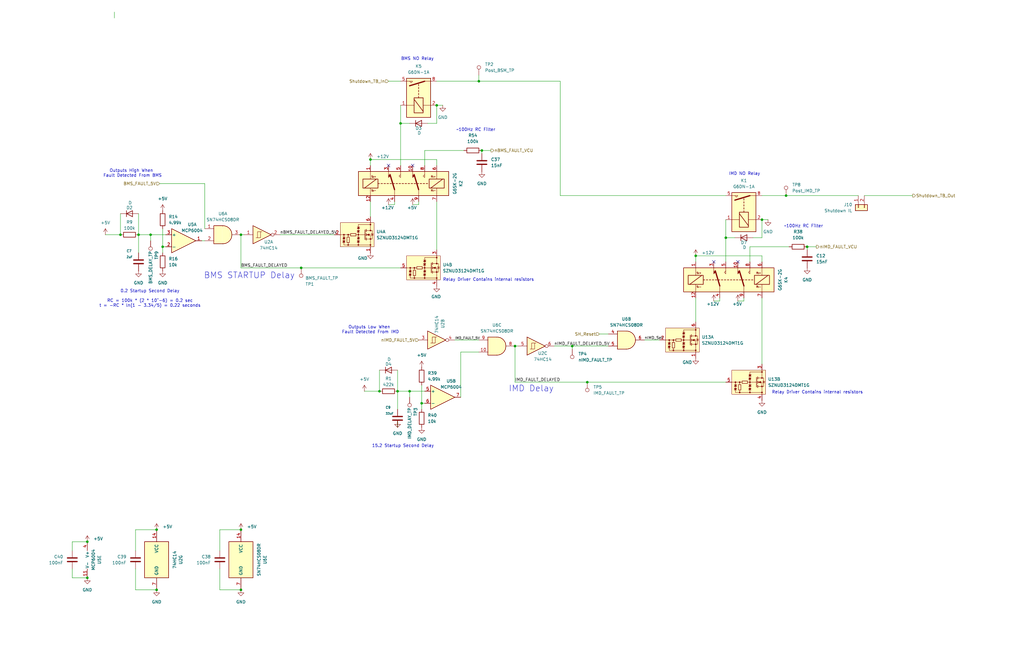
<source format=kicad_sch>
(kicad_sch (version 20250114) (generator "eeschema") (generator_version "9.0")
  (paper "B")
  (lib_symbols
    (symbol "+5V_1" (power) (pin_numbers (hide yes)) (pin_names (offset 0) (hide yes))
      (property "Value" "+5V" (at 0 3.556 0))
      (symbol "+5V_1_1_1"
        (pin power_in line (at 0 0 90) (length 0) (name "~") (number "1"))
      )
    )
    (symbol "74xx:74HC14" (pin_names (offset 1.016))
      (property "Reference" "U" (at 0 1.27 0))
      (property "Value" "74HC14" (at 0 -1.27 0))
      (symbol "74HC14_1_0"
        (pin input line (at -7.62 0 0) (length 3.81) (name "~") (number "1"))
        (pin output inverted (at 7.62 0 180) (length 3.81) (name "~") (number "2"))
      )
      (symbol "74HC14_2_0"
        (pin input line (at -7.62 0 0) (length 3.81) (name "~") (number "3"))
        (pin output inverted (at 7.62 0 180) (length 3.81) (name "~") (number "4"))
      )
      (symbol "74HC14_3_0"
        (pin input line (at -7.62 0 0) (length 3.81) (name "~") (number "5"))
        (pin output inverted (at 7.62 0 180) (length 3.81) (name "~") (number "6"))
      )
      (symbol "74HC14_4_0"
        (pin input line (at -7.62 0 0) (length 3.81) (name "~") (number "9"))
        (pin output inverted (at 7.62 0 180) (length 3.81) (name "~") (number "8"))
      )
      (symbol "74HC14_5_0"
        (pin input line (at -7.62 0 0) (length 3.81) (name "~") (number "11"))
        (pin output inverted (at 7.62 0 180) (length 3.81) (name "~") (number "10"))
      )
      (symbol "74HC14_6_0"
        (pin input line (at -7.62 0 0) (length 3.81) (name "~") (number "13"))
        (pin output inverted (at 7.62 0 180) (length 3.81) (name "~") (number "12"))
      )
      (symbol "74HC14_7_0"
        (pin power_in line (at 0 12.7 270) (length 5.08) (name "VCC") (number "14"))
        (pin power_in line (at 0 -12.7 90) (length 5.08) (name "GND") (number "7"))
      )
    )
    (symbol "Amplifier_Operational:MCP6004" (pin_names (offset 0.127))
      (property "Reference" "U" (at 0 5.08 0))
      (property "Value" "MCP6004" (at 0 -5.08 0))
      (symbol "MCP6004_1_1"
        (pin input line (at -7.62 2.54 0) (length 2.54) (name "+") (number "3"))
        (pin input line (at -7.62 -2.54 0) (length 2.54) (name "-") (number "2"))
        (pin output line (at 7.62 0 180) (length 2.54) (name "~") (number "1"))
      )
      (symbol "MCP6004_2_1"
        (pin input line (at -7.62 2.54 0) (length 2.54) (name "+") (number "5"))
        (pin input line (at -7.62 -2.54 0) (length 2.54) (name "-") (number "6"))
        (pin output line (at 7.62 0 180) (length 2.54) (name "~") (number "7"))
      )
      (symbol "MCP6004_3_1"
        (pin input line (at -7.62 2.54 0) (length 2.54) (name "+") (number "10"))
        (pin input line (at -7.62 -2.54 0) (length 2.54) (name "-") (number "9"))
        (pin output line (at 7.62 0 180) (length 2.54) (name "~") (number "8"))
      )
      (symbol "MCP6004_4_1"
        (pin input line (at -7.62 2.54 0) (length 2.54) (name "+") (number "12"))
        (pin input line (at -7.62 -2.54 0) (length 2.54) (name "-") (number "13"))
        (pin output line (at 7.62 0 180) (length 2.54) (name "~") (number "14"))
      )
      (symbol "MCP6004_5_1"
        (pin power_in line (at -2.54 7.62 270) (length 3.81) (name "V+") (number "4"))
        (pin power_in line (at -2.54 -7.62 90) (length 3.81) (name "V-") (number "11"))
      )
    )
    (symbol "Connector:TestPoint" (pin_numbers (hide yes)) (pin_names (offset 0.762) (hide yes))
      (property "Reference" "TP" (at 0 6.858 0))
      (property "Value" "TestPoint" (at 0 5.08 0))
      (symbol "TestPoint_1_1"
        (pin passive line (at 0 0 90) (length 2.54) (name "1") (number "1"))
      )
    )
    (symbol "Connector_Generic:Conn_01x02" (pin_names (offset 1.016) (hide yes))
      (property "Reference" "J" (at 0 2.54 0))
      (property "Value" "Conn_01x02" (at 0 -5.08 0))
      (symbol "Conn_01x02_1_1"
        (pin passive line (at -5.08 0 0) (length 3.81) (name "Pin_1") (number "1"))
        (pin passive line (at -5.08 -2.54 0) (length 3.81) (name "Pin_2") (number "2"))
      )
    )
    (symbol "Device:C" (pin_numbers (hide yes)) (pin_names (offset 0.254))
      (property "Reference" "C" (at 0.635 2.54 0))
      (property "Value" "C" (at 0.635 -2.54 0))
      (symbol "C_1_1"
        (pin passive line (at 0 3.81 270) (length 2.794) (name "~") (number "1"))
        (pin passive line (at 0 -3.81 90) (length 2.794) (name "~") (number "2"))
      )
    )
    (symbol "Device:D" (pin_numbers (hide yes)) (pin_names (offset 1.016) (hide yes))
      (property "Reference" "D" (at 0 2.54 0))
      (property "Value" "D" (at 0 -2.54 0))
      (symbol "D_1_1"
        (pin passive line (at -3.81 0 0) (length 2.54) (name "K") (number "1"))
        (pin passive line (at 3.81 0 180) (length 2.54) (name "A") (number "2"))
      )
    )
    (symbol "Device:R" (pin_numbers (hide yes)) (pin_names (offset 0))
      (property "Reference" "R" (at 2.032 0 90))
      (property "Value" "R" (at 0 0 90))
      (symbol "R_1_1"
        (pin passive line (at 0 3.81 270) (length 1.27) (name "~") (number "1"))
        (pin passive line (at 0 -3.81 90) (length 1.27) (name "~") (number "2"))
      )
    )
    (symbol "FS_3_Global_Symbol_Library:SN74HCS08DR" (pin_names (offset 1.016))
      (property "Reference" "U" (at 0 1.27 0))
      (property "Value" "SN74HCS08DR" (at 0 -1.27 0))
      (symbol "SN74HCS08DR_1_1"
        (pin input line (at -7.62 2.54 0) (length 3.81) (name "~") (number "1"))
        (pin input line (at -7.62 -2.54 0) (length 3.81) (name "~") (number "2"))
        (pin output line (at 7.62 0 180) (length 3.81) (name "~") (number "3"))
      )
      (symbol "SN74HCS08DR_1_2"
        (pin input inverted (at -7.62 2.54 0) (length 4.318) (name "~") (number "1"))
        (pin input inverted (at -7.62 -2.54 0) (length 4.318) (name "~") (number "2"))
        (pin output line (at 7.62 0 180) (length 3.81) (name "~") (number "3"))
      )
      (symbol "SN74HCS08DR_2_1"
        (pin input line (at -7.62 2.54 0) (length 3.81) (name "~") (number "4"))
        (pin input line (at -7.62 -2.54 0) (length 3.81) (name "~") (number "5"))
        (pin output line (at 7.62 0 180) (length 3.81) (name "~") (number "6"))
      )
      (symbol "SN74HCS08DR_2_2"
        (pin input inverted (at -7.62 2.54 0) (length 4.318) (name "~") (number "4"))
        (pin input inverted (at -7.62 -2.54 0) (length 4.318) (name "~") (number "5"))
        (pin output line (at 7.62 0 180) (length 3.81) (name "~") (number "6"))
      )
      (symbol "SN74HCS08DR_3_1"
        (pin input line (at -7.62 2.54 0) (length 3.81) (name "~") (number "9"))
        (pin input line (at -7.62 -2.54 0) (length 3.81) (name "~") (number "10"))
        (pin output line (at 7.62 0 180) (length 3.81) (name "~") (number "8"))
      )
      (symbol "SN74HCS08DR_3_2"
        (pin input inverted (at -7.62 2.54 0) (length 4.318) (name "~") (number "9"))
        (pin input inverted (at -7.62 -2.54 0) (length 4.318) (name "~") (number "10"))
        (pin output line (at 7.62 0 180) (length 3.81) (name "~") (number "8"))
      )
      (symbol "SN74HCS08DR_4_1"
        (pin input line (at -7.62 2.54 0) (length 3.81) (name "~") (number "12"))
        (pin input line (at -7.62 -2.54 0) (length 3.81) (name "~") (number "13"))
        (pin output line (at 7.62 0 180) (length 3.81) (name "~") (number "11"))
      )
      (symbol "SN74HCS08DR_4_2"
        (pin input inverted (at -7.62 2.54 0) (length 4.318) (name "~") (number "12"))
        (pin input inverted (at -7.62 -2.54 0) (length 4.318) (name "~") (number "13"))
        (pin output line (at 7.62 0 180) (length 3.81) (name "~") (number "11"))
      )
      (symbol "SN74HCS08DR_5_0"
        (pin power_in line (at 0 12.7 270) (length 5.08) (name "VCC") (number "14"))
        (pin power_in line (at 0 -12.7 90) (length 5.08) (name "GND") (number "7"))
      )
    )
    (symbol "FS_4_Global_Symbol_Library:G6DN-1A"
      (property "Reference" "K" (at 12.7 9.144 0))
      (property "Value" "G6DN-1A" (at 13.208 6.858 0))
      (symbol "G6DN-1A_1_1"
        (pin passive line (at -3.81 8.89 270) (length 2.54) (name "~") (number "1"))
        (pin passive line (at -3.81 -6.35 90) (length 2.54) (name "~") (number "2"))
        (pin passive line (at 6.35 8.89 270) (length 2.54) (name "~") (number "5"))
        (pin passive line (at 6.35 -6.35 90) (length 2.54) (name "~") (number "8"))
      )
    )
    (symbol "FS_4_Global_Symbol_Library:SZNUD3124DMT1G" (pin_names (offset 0.254))
      (property "Reference" "U" (at 3.302 0.762 0))
      (property "Value" "SZNUD3124DMT1G" (at 10.414 -1.016 0))
      (symbol "SZNUD3124DMT1G_1_1"
        (pin input line (at -15.24 0 0) (length 2.54) (name "~") (number "2"))
        (pin unspecified line (at 0 7.62 270) (length 2.54) (name "~") (number "6"))
        (pin unspecified line (at 0 -7.62 90) (length 2.54) (name "~") (number "1"))
      )
      (symbol "SZNUD3124DMT1G_2_1"
        (pin input line (at -15.24 0 0) (length 2.54) (name "~") (number "5"))
        (pin unspecified line (at 0 7.62 270) (length 2.54) (name "~") (number "3"))
        (pin unspecified line (at 0 -7.62 90) (length 2.54) (name "~") (number "4"))
      )
    )
    (symbol "FS_4_SCHEMATICS:SN74HCS08DR" (pin_names (offset 1.016))
      (property "Reference" "U" (at 0 1.27 0))
      (property "Value" "SN74HCS08DR" (at 0 -1.27 0))
      (symbol "SN74HCS08DR_1_1"
        (pin input line (at -7.62 2.54 0) (length 3.81) (name "~") (number "1"))
        (pin input line (at -7.62 -2.54 0) (length 3.81) (name "~") (number "2"))
        (pin output line (at 7.62 0 180) (length 3.81) (name "~") (number "3"))
      )
      (symbol "SN74HCS08DR_1_2"
        (pin input inverted (at -7.62 2.54 0) (length 4.318) (name "~") (number "1"))
        (pin input inverted (at -7.62 -2.54 0) (length 4.318) (name "~") (number "2"))
        (pin output line (at 7.62 0 180) (length 3.81) (name "~") (number "3"))
      )
      (symbol "SN74HCS08DR_2_1"
        (pin input line (at -7.62 2.54 0) (length 3.81) (name "~") (number "4"))
        (pin input line (at -7.62 -2.54 0) (length 3.81) (name "~") (number "5"))
        (pin output line (at 7.62 0 180) (length 3.81) (name "~") (number "6"))
      )
      (symbol "SN74HCS08DR_2_2"
        (pin input inverted (at -7.62 2.54 0) (length 4.318) (name "~") (number "4"))
        (pin input inverted (at -7.62 -2.54 0) (length 4.318) (name "~") (number "5"))
        (pin output line (at 7.62 0 180) (length 3.81) (name "~") (number "6"))
      )
      (symbol "SN74HCS08DR_3_1"
        (pin input line (at -7.62 2.54 0) (length 3.81) (name "~") (number "9"))
        (pin input line (at -7.62 -2.54 0) (length 3.81) (name "~") (number "10"))
        (pin output line (at 7.62 0 180) (length 3.81) (name "~") (number "8"))
      )
      (symbol "SN74HCS08DR_3_2"
        (pin input inverted (at -7.62 2.54 0) (length 4.318) (name "~") (number "9"))
        (pin input inverted (at -7.62 -2.54 0) (length 4.318) (name "~") (number "10"))
        (pin output line (at 7.62 0 180) (length 3.81) (name "~") (number "8"))
      )
      (symbol "SN74HCS08DR_4_1"
        (pin input line (at -7.62 2.54 0) (length 3.81) (name "~") (number "12"))
        (pin input line (at -7.62 -2.54 0) (length 3.81) (name "~") (number "13"))
        (pin output line (at 7.62 0 180) (length 3.81) (name "~") (number "11"))
      )
      (symbol "SN74HCS08DR_4_2"
        (pin input inverted (at -7.62 2.54 0) (length 4.318) (name "~") (number "12"))
        (pin input inverted (at -7.62 -2.54 0) (length 4.318) (name "~") (number "13"))
        (pin output line (at 7.62 0 180) (length 3.81) (name "~") (number "11"))
      )
      (symbol "SN74HCS08DR_5_0"
        (pin power_in line (at 0 12.7 270) (length 5.08) (name "VCC") (number "14"))
        (pin power_in line (at 0 -12.7 90) (length 5.08) (name "GND") (number "7"))
      )
    )
    (symbol "GND_1" (power) (pin_numbers (hide yes)) (pin_names (offset 0) (hide yes))
      (property "Value" "GND" (at 0 -3.81 0))
      (symbol "GND_1_1_1"
        (pin power_in line (at 0 0 270) (length 0) (name "~") (number "1"))
      )
    )
    (symbol "Relay:G6SK-2"
      (property "Reference" "K" (at 21.59 3.81 0))
      (property "Value" "G6SK-2" (at 21.59 1.27 0))
      (symbol "G6SK-2_0_0"
        (text "S:+" (at -11.303 2.921 0) (effects (font (size 0.762 0.762))))
        (text "S:-" (at -11.303 -2.921 0) (effects (font (size 0.762 0.762))))
        (text "R:+" (at 13.843 2.921 0) (effects (font (size 0.762 0.762))))
        (text "R:-" (at 13.843 -2.921 0) (effects (font (size 0.762 0.762))))
      )
      (symbol "G6SK-2_1_1"
        (pin passive line (at -12.7 7.62 270) (length 2.54) (name "~") (number "1"))
        (pin passive line (at -12.7 -7.62 90) (length 2.54) (name "~") (number "12"))
        (pin passive line (at -5.08 7.62 270) (length 2.54) (name "~") (number "3"))
        (pin passive line (at -2.54 -7.62 90) (length 2.54) (name "~") (number "4"))
        (pin passive line (at 0 7.62 270) (length 2.54) (name "~") (number "5"))
        (pin passive line (at 5.08 7.62 270) (length 2.54) (name "~") (number "10"))
        (pin passive line (at 7.62 -7.62 90) (length 2.54) (name "~") (number "9"))
        (pin passive line (at 10.16 7.62 270) (length 2.54) (name "~") (number "8"))
        (pin passive line (at 15.24 7.62 270) (length 2.54) (name "~") (number "6"))
        (pin passive line (at 15.24 -7.62 90) (length 2.54) (name "~") (number "7"))
      )
    )
    (symbol "power:+12V" (power) (pin_numbers (hide yes)) (pin_names (offset 0) (hide yes))
      (property "Value" "+12V" (at 0 3.556 0))
      (symbol "+12V_1_1"
        (pin power_in line (at 0 0 90) (length 0) (name "~") (number "1"))
      )
    )
    (symbol "power:+5V" (power) (pin_numbers (hide yes)) (pin_names (offset 0) (hide yes))
      (property "Value" "+5V" (at 0 3.556 0))
      (symbol "+5V_1_1"
        (pin power_in line (at 0 0 90) (length 0) (name "~") (number "1"))
      )
    )
    (symbol "power:GND" (power) (pin_numbers (hide yes)) (pin_names (offset 0) (hide yes))
      (property "Value" "GND" (at 0 -3.81 0))
      (symbol "GND_1_1"
        (pin power_in line (at 0 0 270) (length 0) (name "~") (number "1"))
      )
    )
  )
  (text "~100Hz RC Filter" (at 200.66 54.864 0) (effects (font (size 1.27 1.27))))
  (text "~100Hz RC Filter" (at 338.836 95.504 0) (effects (font (size 1.27 1.27))))
  (text "Relay Driver Contains internal resistors\n" (at 205.994 118.11 0) (effects (font (size 1.27 1.27))))
  (text "IMD Delay\n" (at 224.028 164.084 0) (effects (font (size 2.54 2.54))))
  (text "0.2 Startup Second Delay\n\nRC = 100k * (2 * 10^-6) = 0.2 sec\nt = -RC * ln(1 - 3.34/5) = 0.22 seconds" (at 63.246 125.984 0) (effects (font (size 1.27 1.27))))
  (text "15.2 Startup Second Delay\n" (at 169.926 188.214 0) (effects (font (size 1.27 1.27))))
  (text "BMS NO Relay\n\n" (at 176.022 25.908 0) (effects (font (size 1.27 1.27))))
  (text "Outputs High When \nFault Detected From BMS" (at 55.88 73.152 0) (effects (font (size 1.27 1.27))))
  (text "Outputs Low When \nFault Detected From IMD" (at 156.21 139.192 0) (effects (font (size 1.27 1.27))))
  (text "Relay Driver Contains internal resistors\n" (at 344.678 165.608 0) (effects (font (size 1.27 1.27))))
  (text "IMD NO Relay\n" (at 313.944 73.406 0) (effects (font (size 1.27 1.27))))
  (text "BMS STARTUP Delay\n" (at 105.156 116.332 0) (effects (font (size 2.54 2.54))))
  (junction (at 58.42 99.06))
  (junction (at 340.36 104.14))
  (junction (at 321.31 92.71))
  (junction (at 201.93 34.29))
  (junction (at 203.2 63.5))
  (junction (at 241.3 146.05))
  (junction (at 217.17 146.05))
  (junction (at 36.83 228.6))
  (junction (at 168.91 52.07))
  (junction (at 160.02 165.1))
  (junction (at 331.47 82.55))
  (junction (at 306.07 100.33))
  (junction (at 66.04 248.92))
  (junction (at 36.83 243.84))
  (junction (at 50.8 99.06))
  (junction (at 63.5 99.06))
  (junction (at 101.6 99.06))
  (junction (at 177.8 170.18))
  (junction (at 127 113.03))
  (junction (at 293.37 107.95))
  (junction (at 66.04 223.52))
  (junction (at 247.65 161.29))
  (junction (at 101.6 223.52))
  (junction (at 172.72 165.1))
  (junction (at 68.58 104.14))
  (junction (at 184.15 44.45))
  (junction (at 101.6 248.92))
  (junction (at 156.21 67.31))
  (junction (at 167.64 165.1))
  (no_connect (at 163.83 69.85))
  (no_connect (at 173.99 69.85))
  (no_connect (at 300.99 110.49))
  (no_connect (at 311.15 110.49))
  (wire (pts (xy 191.77 143.51) (xy 201.93 143.51)))
  (wire (pts (xy 57.15 248.92) (xy 66.04 248.92)))
  (wire (pts (xy 50.8 90.17) (xy 50.8 99.06)))
  (wire (pts (xy 316.23 104.14) (xy 332.74 104.14)))
  (wire (pts (xy 48.26 7.62) (xy 48.26 5.08)))
  (wire (pts (xy 167.64 165.1) (xy 167.64 172.72)))
  (wire (pts (xy 303.53 125.73) (xy 303.53 127)))
  (wire (pts (xy 67.31 77.47) (xy 86.36 77.47)))
  (wire (pts (xy 311.15 127) (xy 313.69 127)))
  (wire (pts (xy 66.04 223.52) (xy 57.15 223.52)))
  (wire (pts (xy 172.72 167.64) (xy 172.72 165.1)))
  (wire (pts (xy 203.2 63.5) (xy 203.2 64.77)))
  (wire (pts (xy 58.42 90.17) (xy 58.42 99.06)))
  (wire (pts (xy 293.37 107.95) (xy 321.31 107.95)))
  (wire (pts (xy 101.6 99.06) (xy 101.6 113.03)))
  (wire (pts (xy 177.8 162.56) (xy 177.8 170.18)))
  (wire (pts (xy 173.99 86.36) (xy 176.53 86.36)))
  (wire (pts (xy 317.5 100.33) (xy 321.31 100.33)))
  (wire (pts (xy 101.6 113.03) (xy 127 113.03)))
  (wire (pts (xy 293.37 125.73) (xy 293.37 135.89)))
  (wire (pts (xy 252.73 140.97) (xy 256.54 140.97)))
  (wire (pts (xy 236.22 82.55) (xy 306.07 82.55)))
  (wire (pts (xy 184.15 85.09) (xy 184.15 105.41)))
  (wire (pts (xy 201.93 34.29) (xy 236.22 34.29)))
  (wire (pts (xy 156.21 67.31) (xy 184.15 67.31)))
  (wire (pts (xy 166.37 85.09) (xy 166.37 86.36)))
  (wire (pts (xy 156.21 85.09) (xy 156.21 91.44)))
  (wire (pts (xy 168.91 52.07) (xy 172.72 52.07)))
  (wire (pts (xy 168.91 52.07) (xy 168.91 69.85)))
  (wire (pts (xy 153.67 165.1) (xy 160.02 165.1)))
  (wire (pts (xy 86.36 96.52) (xy 86.36 77.47)))
  (wire (pts (xy 68.58 104.14) (xy 68.58 106.68)))
  (wire (pts (xy 194.31 148.59) (xy 201.93 148.59)))
  (wire (pts (xy 321.31 107.95) (xy 321.31 110.49)))
  (wire (pts (xy 316.23 110.49) (xy 316.23 104.14)))
  (wire (pts (xy 36.83 228.6) (xy 30.48 228.6)))
  (wire (pts (xy 340.36 104.14) (xy 344.17 104.14)))
  (wire (pts (xy 201.93 34.29) (xy 201.93 31.75)))
  (wire (pts (xy 306.07 110.49) (xy 306.07 100.33)))
  (wire (pts (xy 57.15 223.52) (xy 57.15 232.41)))
  (wire (pts (xy 194.31 148.59) (xy 194.31 167.64)))
  (wire (pts (xy 306.07 100.33) (xy 309.88 100.33)))
  (wire (pts (xy 321.31 125.73) (xy 321.31 153.67)))
  (wire (pts (xy 68.58 104.14) (xy 69.85 104.14)))
  (wire (pts (xy 218.44 146.05) (xy 217.17 146.05)))
  (wire (pts (xy 241.3 146.05) (xy 256.54 146.05)))
  (wire (pts (xy 293.37 110.49) (xy 293.37 107.95)))
  (wire (pts (xy 85.09 101.6) (xy 86.36 101.6)))
  (wire (pts (xy 321.31 82.55) (xy 331.47 82.55)))
  (wire (pts (xy 68.58 96.52) (xy 68.58 104.14)))
  (wire (pts (xy 184.15 52.07) (xy 184.15 44.45)))
  (wire (pts (xy 241.3 147.32) (xy 241.3 146.05)))
  (wire (pts (xy 58.42 99.06) (xy 58.42 106.68)))
  (wire (pts (xy 63.5 101.6) (xy 63.5 99.06)))
  (wire (pts (xy 233.68 146.05) (xy 241.3 146.05)))
  (wire (pts (xy 167.64 165.1) (xy 172.72 165.1)))
  (wire (pts (xy 92.71 248.92) (xy 101.6 248.92)))
  (wire (pts (xy 313.69 127) (xy 313.69 125.73)))
  (wire (pts (xy 167.64 156.21) (xy 167.64 165.1)))
  (wire (pts (xy 180.34 52.07) (xy 184.15 52.07)))
  (wire (pts (xy 118.11 99.06) (xy 140.97 99.06)))
  (wire (pts (xy 177.8 170.18) (xy 177.8 172.72)))
  (wire (pts (xy 176.53 86.36) (xy 176.53 85.09)))
  (wire (pts (xy 364.49 82.55) (xy 384.81 82.55)))
  (wire (pts (xy 300.99 127) (xy 303.53 127)))
  (wire (pts (xy 163.83 34.29) (xy 168.91 34.29)))
  (wire (pts (xy 160.02 156.21) (xy 160.02 165.1)))
  (wire (pts (xy 331.47 82.55) (xy 361.95 82.55)))
  (wire (pts (xy 340.36 104.14) (xy 340.36 105.41)))
  (wire (pts (xy 92.71 223.52) (xy 92.71 232.41)))
  (wire (pts (xy 271.78 143.51) (xy 278.13 143.51)))
  (wire (pts (xy 30.48 240.03) (xy 30.48 243.84)))
  (wire (pts (xy 163.83 86.36) (xy 166.37 86.36)))
  (wire (pts (xy 168.91 44.45) (xy 168.91 52.07)))
  (wire (pts (xy 179.07 63.5) (xy 195.58 63.5)))
  (wire (pts (xy 167.64 177.8) (xy 167.64 180.34)))
  (wire (pts (xy 184.15 67.31) (xy 184.15 69.85)))
  (wire (pts (xy 184.15 44.45) (xy 186.69 44.45)))
  (wire (pts (xy 184.15 34.29) (xy 201.93 34.29)))
  (wire (pts (xy 102.87 99.06) (xy 101.6 99.06)))
  (wire (pts (xy 177.8 170.18) (xy 179.07 170.18)))
  (wire (pts (xy 101.6 223.52) (xy 92.71 223.52)))
  (wire (pts (xy 236.22 82.55) (xy 236.22 34.29)))
  (wire (pts (xy 57.15 240.03) (xy 57.15 248.92)))
  (wire (pts (xy 156.21 69.85) (xy 156.21 67.31)))
  (wire (pts (xy 30.48 243.84) (xy 36.83 243.84)))
  (wire (pts (xy 321.31 92.71) (xy 323.85 92.71)))
  (wire (pts (xy 172.72 165.1) (xy 179.07 165.1)))
  (wire (pts (xy 217.17 146.05) (xy 217.17 161.29)))
  (wire (pts (xy 203.2 63.5) (xy 207.01 63.5)))
  (wire (pts (xy 92.71 240.03) (xy 92.71 248.92)))
  (wire (pts (xy 63.5 99.06) (xy 69.85 99.06)))
  (wire (pts (xy 44.45 99.06) (xy 50.8 99.06)))
  (wire (pts (xy 247.65 161.29) (xy 306.07 161.29)))
  (wire (pts (xy 179.07 69.85) (xy 179.07 63.5)))
  (wire (pts (xy 321.31 100.33) (xy 321.31 92.71)))
  (wire (pts (xy 217.17 161.29) (xy 247.65 161.29)))
  (wire (pts (xy 127 113.03) (xy 168.91 113.03)))
  (wire (pts (xy 306.07 92.71) (xy 306.07 100.33)))
  (wire (pts (xy 58.42 99.06) (xy 63.5 99.06)))
  (wire (pts (xy 30.48 228.6) (xy 30.48 232.41)))
  (label "nIMD_Set" (at 271.78 143.51 0) (effects (font (size 1.143 1.143))))
  (label "IMD_FAULT_5V" (at 191.77 143.51 0) (effects (font (size 1.016 1.016))))
  (label "nBMS_FAULT_DELAYED_5V" (at 118.11 99.06 0))
  (label "BMS_FAULT_DELAYED" (at 101.6 113.03 0))
  (label "nIMD_FAULT_DELAYED_5V" (at 233.68 146.05 0))
  (label "IMD_FAULT_DELAYED" (at 217.17 161.29 0))
  (hierarchical_label "BMS_FAULT_5V" (shape input) (at 67.31 77.47 180))
  (hierarchical_label "Shutdown_TB_In" (shape input) (at 163.83 34.29 180))
  (hierarchical_label "nIMD_FAULT_5V" (shape input) (at 176.53 143.51 180))
  (hierarchical_label "SH_Reset" (shape input) (at 252.73 140.97 180))
  (hierarchical_label "nIMD_FAULT_VCU" (shape output) (at 344.17 104.14 0))
  (hierarchical_label "nBMS_FAULT_VCU" (shape output) (at 207.01 63.5 0))
  (hierarchical_label "Shutdown_TB_Out" (shape output) (at 384.81 82.55 0))
  (symbol (lib_id "power:+5V") (at 311.15 127 0) (unit 1)
    (property "Reference" "#PWR083" (effects (hide yes)))
    (property "Value" "+5V" (at 310.896 128.27 0))
    (property "Description" "Power symbol creates a global label with name \"+5V\"" (effects (hide yes)))
  )
  (symbol (lib_id "Amplifier_Operational:MCP6004") (at 77.47 101.6 0) (unit 1)
    (property "Reference" "U5" (at 81.026 94.742 0))
    (property "Value" "MCP6004" (at 81.026 97.282 0))
    (property "Footprint" "Package_SO:SOIC-14_3.9x8.7mm_P1.27mm" (effects (hide yes)))
    (property "Datasheet" "http://ww1.microchip.com/downloads/en/DeviceDoc/21733j.pdf" (effects (hide yes)))
    (property "Description" "1MHz, Low-Power Op Amp, DIP-14/SOIC-14/TSSOP-14" (effects (hide yes)))
  )
  (symbol (lib_id "74xx:74HC14") (at 66.04 236.22 0) (unit 7)
    (property "Reference" "U2" (at 76.2 236.22 90))
    (property "Value" "74HC14" (at 73.66 236.22 90))
    (property "Footprint" "Package_SO:SOIC-14_3.9x8.7mm_P1.27mm" (effects (hide yes)))
    (property "Datasheet" "http://www.ti.com/lit/gpn/sn74HC14" (effects (hide yes)))
    (property "Description" "Hex inverter schmitt trigger" (effects (hide yes)))
  )
  (symbol (lib_id "power:GND") (at 186.69 44.45 0) (unit 1)
    (property "Reference" "#PWR09" (effects (hide yes)))
    (property "Value" "GND" (at 186.69 49.53 0))
    (property "Description" "Power symbol creates a global label with name \"GND\" , ground" (effects (hide yes)))
  )
  (symbol (lib_id "Device:R") (at 177.8 158.75 180) (unit 1)
    (property "Reference" "R39" (at 180.34 157.4799 0) (effects (justify right)))
    (property "Value" "4.99k" (at 180.34 160.0199 0) (effects (justify right)))
    (property "Footprint" "Resistor_SMD:R_0603_1608Metric_Pad0.98x0.95mm_HandSolder" (effects (hide yes)))
    (property "Description" "Resistor" (effects (hide yes)))
  )
  (symbol (lib_name "GND_1") (lib_id "power:GND") (at 101.6 248.92 0) (mirror y) (unit 1)
    (property "Reference" "#PWR079" (effects (hide yes)))
    (property "Value" "GND" (at 101.6 254 0))
    (property "Description" "Power symbol creates a global label with name \"GND\" , ground" (effects (hide yes)))
  )
  (symbol (lib_id "74xx:74HC14") (at 226.06 146.05 0) (unit 3)
    (property "Reference" "U2" (at 228.854 149.098 0))
    (property "Value" "74HC14" (at 228.854 151.638 0))
    (property "Footprint" "Package_SO:SOIC-14_3.9x8.7mm_P1.27mm" (effects (hide yes)))
    (property "Datasheet" "http://www.ti.com/lit/gpn/sn74HC14" (effects (hide yes)))
    (property "Description" "Hex inverter schmitt trigger" (effects (hide yes)))
  )
  (symbol (lib_id "Connector:TestPoint") (at 331.47 82.55 0) (unit 1)
    (property "Reference" "TP8" (at 334.01 77.9779 0) (effects (justify left)))
    (property "Value" "Post_IMD_TP" (at 334.01 80.5179 0) (effects (justify left)))
    (property "Footprint" "TestPoint:TestPoint_Loop_D2.50mm_Drill1.0mm" (effects (hide yes)))
    (property "Description" "test point" (effects (hide yes)))
  )
  (symbol (lib_id "power:GND") (at 321.31 168.91 0) (unit 1)
    (property "Reference" "#PWR036" (effects (hide yes)))
    (property "Value" "GND" (at 321.31 173.99 0))
    (property "Description" "Power symbol creates a global label with name \"GND\" , ground" (effects (hide yes)))
  )
  (symbol (lib_id "Device:C") (at 340.36 109.22 0) (unit 1)
    (property "Reference" "C12" (at 344.17 107.9499 0) (effects (justify left)))
    (property "Value" "15nF" (at 344.17 110.4899 0) (effects (justify left)))
    (property "Description" "Unpolarized capacitor" (effects (hide yes)))
  )
  (symbol (lib_name "+5V_1") (lib_id "power:+5V") (at 66.04 223.52 0) (mirror y) (unit 1)
    (property "Reference" "#PWR076" (effects (hide yes)))
    (property "Value" "+5V" (at 68.58 222.2499 0) (effects (justify right)))
    (property "Description" "Power symbol creates a global label with name \"+5V\"" (effects (hide yes)))
  )
  (symbol (lib_id "power:+5V") (at 153.67 165.1 0) (unit 1)
    (property "Reference" "#PWR0112" (effects (hide yes)))
    (property "Value" "+5V" (at 153.67 160.02 0))
    (property "Description" "Power symbol creates a global label with name \"+5V\"" (effects (hide yes)))
  )
  (symbol (lib_id "Amplifier_Operational:MCP6004") (at 34.29 236.22 0) (mirror y) (unit 5)
    (property "Reference" "U5" (at 41.91 236.22 90))
    (property "Value" "MCP6004" (at 39.37 236.22 90))
    (property "Footprint" "Package_SO:SOIC-14_3.9x8.7mm_P1.27mm" (effects (hide yes)))
    (property "Datasheet" "http://ww1.microchip.com/downloads/en/DeviceDoc/21733j.pdf" (effects (hide yes)))
    (property "Description" "1MHz, Low-Power Op Amp, DIP-14/SOIC-14/TSSOP-14" (effects (hide yes)))
  )
  (symbol (lib_id "FS_3_Global_Symbol_Library:SN74HCS08DR") (at 93.98 99.06 0) (unit 1)
    (property "Reference" "U6" (at 93.9717 90.17 0))
    (property "Value" "SN74HCS08DR" (at 93.9717 92.71 0))
    (property "Footprint" "Package_SO:SOIC-14_3.9x8.7mm_P1.27mm" (effects (hide yes)))
    (property "Datasheet" "https://www.ti.com/lit/ds/symlink/sn74hcs08.pdf" (effects (hide yes)))
    (property "Description" "quad 2-input AND gate" (effects (hide yes)))
  )
  (symbol (lib_id "power:GND") (at 203.2 72.39 0) (unit 1)
    (property "Reference" "#PWR096" (effects (hide yes)))
    (property "Value" "GND" (at 203.2 77.47 0))
    (property "Description" "Power symbol creates a global label with name \"GND\" , ground" (effects (hide yes)))
  )
  (symbol (lib_id "power:GND") (at 323.85 92.71 0) (unit 1)
    (property "Reference" "#PWR031" (effects (hide yes)))
    (property "Value" "GND" (at 323.85 97.79 0))
    (property "Description" "Power symbol creates a global label with name \"GND\" , ground" (effects (hide yes)))
  )
  (symbol (lib_id "Device:C") (at 58.42 110.49 0) (unit 1)
    (property "Reference" "C7" (at 53.34 105.918 0) (effects (font (size 1.016 1.016)) (justify left)))
    (property "Value" "2uF" (at 53.34 108.458 0) (effects (font (size 0.889 0.889)) (justify left)))
    (property "Footprint" "Capacitor_SMD:C_0603_1608Metric_Pad1.08x0.95mm_HandSolder" (effects (hide yes)))
    (property "Description" "Unpolarized capacitor" (effects (hide yes)))
  )
  (symbol (lib_id "power:GND") (at 293.37 151.13 0) (unit 1)
    (property "Reference" "#PWR032" (effects (hide yes)))
    (property "Value" "GND" (at 289.814 152.908 0))
    (property "Description" "Power symbol creates a global label with name \"GND\" , ground" (effects (hide yes)))
  )
  (symbol (lib_id "Device:D") (at 313.69 100.33 0) (unit 1)
    (property "Reference" "D7" (at 313.69 102.362 0))
    (property "Value" "D" (at 313.944 104.394 0))
    (property "Footprint" "Diode_SMD:D_2010_5025Metric_Pad1.52x2.65mm_HandSolder" (effects (hide yes)))
    (property "Datasheet" "https://www.comchiptech.com/admin/files/product/ACGRAT101L-HF%20Thru%20ACGRAT105L-HF%20RevB849012.pdf" (effects (hide yes)))
    (property "Sim.Device" "D" (effects (hide yes)))
    (property "Sim.Pins" "1=K 2=A" (effects (hide yes)))
  )
  (symbol (lib_id "power:+12V") (at 300.99 127 0) (unit 1)
    (property "Reference" "#PWR091" (effects (hide yes)))
    (property "Value" "+12V" (at 297.942 128.27 0) (effects (justify left)))
    (property "Description" "Power symbol creates a global label with name \"+12V\"" (effects (hide yes)))
  )
  (symbol (lib_id "Amplifier_Operational:MCP6004") (at 186.69 167.64 0) (unit 2)
    (property "Reference" "U5" (at 190.246 160.782 0))
    (property "Value" "MCP6004" (at 190.246 163.322 0))
    (property "Footprint" "Package_SO:SOIC-14_3.9x8.7mm_P1.27mm" (effects (hide yes)))
    (property "Datasheet" "http://ww1.microchip.com/downloads/en/DeviceDoc/21733j.pdf" (effects (hide yes)))
    (property "Description" "1MHz, Low-Power Op Amp, DIP-14/SOIC-14/TSSOP-14" (effects (hide yes)))
  )
  (symbol (lib_id "Device:D") (at 54.61 90.17 0) (mirror x) (unit 1)
    (property "Reference" "D2" (at 54.61 87.63 0))
    (property "Value" "D" (at 54.864 85.598 0))
    (property "Footprint" "Diode_SMD:D_2010_5025Metric_Pad1.52x2.65mm_HandSolder" (effects (hide yes)))
    (property "Datasheet" "https://www.comchiptech.com/admin/files/product/ACGRAT101L-HF%20Thru%20ACGRAT105L-HF%20RevB849012.pdf" (effects (hide yes)))
    (property "Sim.Device" "D" (effects (hide yes)))
    (property "Sim.Pins" "1=K 2=A" (effects (hide yes)))
  )
  (symbol (lib_id "power:GND") (at 68.58 114.3 0) (unit 1)
    (property "Reference" "#PWR068" (effects (hide yes)))
    (property "Value" "GND" (at 68.58 119.38 0))
    (property "Description" "Power symbol creates a global label with name \"GND\" , ground" (effects (hide yes)))
  )
  (symbol (lib_id "power:+5V") (at 177.8 154.94 0) (unit 1)
    (property "Reference" "#PWR028" (effects (hide yes)))
    (property "Value" "+5V" (at 177.8 149.86 0))
    (property "Description" "Power symbol creates a global label with name \"+5V\"" (effects (hide yes)))
  )
  (symbol (lib_id "Connector:TestPoint") (at 247.65 161.29 180) (unit 1)
    (property "Reference" "TP5" (at 250.19 163.3219 0) (effects (justify right)))
    (property "Value" "IMD_FAULT_TP" (at 250.19 165.8619 0) (effects (justify right)))
    (property "Footprint" "TestPoint:TestPoint_Loop_D2.50mm_Drill1.0mm" (effects (hide yes)))
    (property "Description" "test point" (effects (hide yes)))
  )
  (symbol (lib_id "FS_4_Global_Symbol_Library:SZNUD3124DMT1G") (at 321.31 161.29 0) (unit 2)
    (property "Reference" "U13" (at 323.85 160.0199 0) (effects (justify left)))
    (property "Value" "SZNUD3124DMT1G" (at 323.85 162.5599 0) (effects (justify left)))
    (property "Footprint" "Package_TO_SOT_SMD:SC-74-6_1.55x2.9mm_P0.95mm" (effects (hide yes)))
    (property "Datasheet" "https://www.onsemi.com/pdf/datasheet/nud3124-d.pdf" (effects (hide yes)))
    (property "Description" "Relay Driver (Dual Case)" (effects (hide yes)))
    (property "Digi PN" "SZNUD3124DMT1GOSCT-ND" (effects (hide yes)))
    (property "Digi URL" "https://www.digikey.com/en/products/detail/onsemi/SZNUD3124DMT1G/3063415" (effects (hide yes)))
    (property "MFG" "onsemi" (effects (hide yes)))
    (property "MFG PN" "SZNUD3124DMT1G" (effects (hide yes)))
  )
  (symbol (lib_id "FS_4_Global_Symbol_Library:G6DN-1A") (at 177.8 40.64 90) (unit 1)
    (property "Reference" "K5" (at 176.53 27.94 90))
    (property "Value" "G6DN-1A" (at 176.53 30.48 90))
    (property "Footprint" "FS_4_Global_Footprint_Library:RELAY_G6DN-1A" (effects (hide yes)))
    (property "Datasheet" "https://mm.digikey.com/Volume0/opasdata/d220001/medias/docus/5789/G6DN-CF%20Datasheet_EN.pdf" (effects (hide yes)))
    (property "Description" "SPST NO Relay" (effects (hide yes)))
    (property "MFG" "Omron Electronics Inc-EMC Div" (effects (hide yes)))
    (property "MFG PN" "G6DN-1A DC12" (effects (hide yes)))
    (property "Digi PN" "Z5440-ND" (effects (hide yes)))
    (property "Digi URL" "https://www.digikey.com/en/products/detail/omron-electronics-inc-emc-div/G6DN-1A-DC12/5864614" (effects (hide yes)))
  )
  (symbol (lib_name "+5V_1") (lib_id "power:+5V") (at 36.83 228.6 0) (mirror y) (unit 1)
    (property "Reference" "#PWR070" (effects (hide yes)))
    (property "Value" "+5V" (at 39.37 227.3299 0) (effects (justify right)))
    (property "Description" "Power symbol creates a global label with name \"+5V\"" (effects (hide yes)))
  )
  (symbol (lib_id "FS_4_Global_Symbol_Library:SZNUD3124DMT1G") (at 293.37 143.51 0) (unit 1)
    (property "Reference" "U13" (at 295.91 142.2399 0) (effects (justify left)))
    (property "Value" "SZNUD3124DMT1G" (at 295.91 144.7799 0) (effects (justify left)))
    (property "Footprint" "Package_TO_SOT_SMD:SC-74-6_1.55x2.9mm_P0.95mm" (effects (hide yes)))
    (property "Datasheet" "https://www.onsemi.com/pdf/datasheet/nud3124-d.pdf" (effects (hide yes)))
    (property "Description" "Relay Driver (Dual Case)" (effects (hide yes)))
    (property "Digi PN" "SZNUD3124DMT1GOSCT-ND" (effects (hide yes)))
    (property "Digi URL" "https://www.digikey.com/en/products/detail/onsemi/SZNUD3124DMT1G/3063415" (effects (hide yes)))
    (property "MFG" "onsemi" (effects (hide yes)))
    (property "MFG PN" "SZNUD3124DMT1G" (effects (hide yes)))
  )
  (symbol (lib_id "Connector:TestPoint") (at 127 113.03 0) (mirror x) (unit 1)
    (property "Reference" "TP1" (at 128.778 119.888 0) (effects (justify left)))
    (property "Value" "BMS_FAULT_TP" (at 128.778 117.348 0) (effects (justify left)))
    (property "Footprint" "TestPoint:TestPoint_Loop_D2.50mm_Drill1.0mm" (effects (hide yes)))
    (property "Description" "test point" (effects (hide yes)))
  )
  (symbol (lib_id "power:GND") (at 167.64 177.8 0) (unit 1)
    (property "Reference" "#PWR027" (effects (hide yes)))
    (property "Value" "GND" (at 167.64 182.88 0))
    (property "Description" "Power symbol creates a global label with name \"GND\" , ground" (effects (hide yes)))
  )
  (symbol (lib_id "Device:C") (at 92.71 236.22 0) (mirror y) (unit 1)
    (property "Reference" "C38" (at 88.9 234.9499 0) (effects (justify left)))
    (property "Value" "100nF" (at 88.9 237.4899 0) (effects (justify left)))
    (property "Description" "Unpolarized capacitor" (effects (hide yes)))
  )
  (symbol (lib_id "Connector:TestPoint") (at 172.72 167.64 180) (unit 1)
    (property "Reference" "TP3" (at 175.26 171.958 90) (effects (justify left)))
    (property "Value" "IMD_DELAY_TP" (at 172.72 171.958 90) (effects (justify left)))
    (property "Footprint" "TestPoint:TestPoint_Loop_D2.50mm_Drill1.0mm" (effects (hide yes)))
    (property "Description" "test point" (effects (hide yes)))
  )
  (symbol (lib_id "power:+12V") (at 163.83 86.36 0) (unit 1)
    (property "Reference" "#PWR093" (effects (hide yes)))
    (property "Value" "+12V" (at 160.782 87.63 0) (effects (justify left)))
    (property "Description" "Power symbol creates a global label with name \"+12V\"" (effects (hide yes)))
  )
  (symbol (lib_id "Relay:G6SK-2") (at 168.91 77.47 0) (unit 1)
    (property "Reference" "K2" (at 194.31 77.47 90))
    (property "Value" "G6SK-2G" (at 191.77 77.47 90))
    (property "Footprint" "Relay_SMD:Relay_DPDT_Omron_G6SK-2G" (effects (hide yes)))
    (property "Datasheet" "http://omronfs.omron.com/en_US/ecb/products/pdf/en-g6s.pdf" (effects (hide yes)))
    (property "Description" "Compact, Industry-Standard 2-pole relay, designed to switch 2A Signal Loads, Double-winding Latching" (effects (hide yes)))
  )
  (symbol (lib_id "Device:C") (at 203.2 68.58 0) (unit 1)
    (property "Reference" "C37" (at 207.01 67.3099 0) (effects (justify left)))
    (property "Value" "15nF" (at 207.01 69.8499 0) (effects (justify left)))
    (property "Description" "Unpolarized capacitor" (effects (hide yes)))
  )
  (symbol (lib_id "FS_3_Global_Symbol_Library:SN74HCS08DR") (at 209.55 146.05 0) (unit 3)
    (property "Reference" "U6" (at 209.5417 137.16 0))
    (property "Value" "SN74HCS08DR" (at 209.5417 139.7 0))
    (property "Footprint" "Package_SO:SOIC-14_3.9x8.7mm_P1.27mm" (effects (hide yes)))
    (property "Datasheet" "https://www.ti.com/lit/ds/symlink/sn74hcs08.pdf" (effects (hide yes)))
    (property "Description" "quad 2-input AND gate" (effects (hide yes)))
  )
  (symbol (lib_name "GND_1") (lib_id "power:GND") (at 66.04 248.92 0) (mirror y) (unit 1)
    (property "Reference" "#PWR077" (effects (hide yes)))
    (property "Value" "GND" (at 66.04 254 0))
    (property "Description" "Power symbol creates a global label with name \"GND\" , ground" (effects (hide yes)))
  )
  (symbol (lib_id "FS_4_Global_Symbol_Library:SZNUD3124DMT1G") (at 156.21 99.06 0) (unit 1)
    (property "Reference" "U4" (at 158.75 97.7899 0) (effects (justify left)))
    (property "Value" "SZNUD3124DMT1G" (at 158.75 100.3299 0) (effects (justify left)))
    (property "Footprint" "Package_TO_SOT_SMD:SC-74-6_1.55x2.9mm_P0.95mm" (effects (hide yes)))
    (property "Datasheet" "https://www.onsemi.com/pdf/datasheet/nud3124-d.pdf" (effects (hide yes)))
    (property "Description" "Relay Driver (Dual Case)" (effects (hide yes)))
    (property "Digi PN" "SZNUD3124DMT1GOSCT-ND" (effects (hide yes)))
    (property "Digi URL" "https://www.digikey.com/en/products/detail/onsemi/SZNUD3124DMT1G/3063415" (effects (hide yes)))
    (property "MFG" "onsemi" (effects (hide yes)))
    (property "MFG PN" "SZNUD3124DMT1G" (effects (hide yes)))
  )
  (symbol (lib_id "Device:D") (at 163.83 156.21 0) (mirror x) (unit 1)
    (property "Reference" "D4" (at 163.83 153.67 0))
    (property "Value" "D" (at 164.084 151.638 0))
    (property "Footprint" "Diode_SMD:D_2010_5025Metric_Pad1.52x2.65mm_HandSolder" (effects (hide yes)))
    (property "Datasheet" "https://www.comchiptech.com/admin/files/product/ACGRAT101L-HF%20Thru%20ACGRAT105L-HF%20RevB849012.pdf" (effects (hide yes)))
    (property "Sim.Device" "D" (effects (hide yes)))
    (property "Sim.Pins" "1=K 2=A" (effects (hide yes)))
  )
  (symbol (lib_id "Relay:G6SK-2") (at 306.07 118.11 0) (unit 1)
    (property "Reference" "K4" (at 331.47 118.11 90))
    (property "Value" "G6SK-2G" (at 328.93 118.11 90))
    (property "Footprint" "Relay_SMD:Relay_DPDT_Omron_G6SK-2G" (effects (hide yes)))
    (property "Datasheet" "http://omronfs.omron.com/en_US/ecb/products/pdf/en-g6s.pdf" (effects (hide yes)))
    (property "Description" "Compact, Industry-Standard 2-pole relay, designed to switch 2A Signal Loads, Double-winding Latching" (effects (hide yes)))
  )
  (symbol (lib_id "power:GND") (at 156.21 106.68 0) (unit 1)
    (property "Reference" "#PWR0110" (effects (hide yes)))
    (property "Value" "GND" (at 152.908 108.966 0))
    (property "Description" "Power symbol creates a global label with name \"GND\" , ground" (effects (hide yes)))
  )
  (symbol (lib_id "74xx:74HC14") (at 184.15 143.51 0) (unit 2)
    (property "Reference" "U2" (at 186.69 134.62 90) (effects (justify right)))
    (property "Value" "74HC14" (at 184.15 133.096 90) (effects (justify right)))
    (property "Footprint" "Package_SO:SOIC-14_3.9x8.7mm_P1.27mm" (effects (hide yes)))
    (property "Datasheet" "http://www.ti.com/lit/gpn/sn74HC14" (effects (hide yes)))
    (property "Description" "Hex inverter schmitt trigger" (effects (hide yes)))
  )
  (symbol (lib_id "Device:R") (at 163.83 165.1 90) (unit 1)
    (property "Reference" "R1" (at 163.83 159.766 90))
    (property "Value" "422k" (at 163.83 162.306 90))
    (property "Footprint" "Resistor_SMD:R_0603_1608Metric_Pad0.98x0.95mm_HandSolder" (effects (hide yes)))
    (property "Description" "Resistor" (effects (hide yes)))
  )
  (symbol (lib_id "Device:R") (at 68.58 92.71 180) (unit 1)
    (property "Reference" "R14" (at 71.12 91.4399 0) (effects (justify right)))
    (property "Value" "4.99k" (at 71.12 93.9799 0) (effects (justify right)))
    (property "Footprint" "Resistor_SMD:R_0603_1608Metric_Pad0.98x0.95mm_HandSolder" (effects (hide yes)))
    (property "Description" "Resistor" (effects (hide yes)))
  )
  (symbol (lib_id "Device:R") (at 336.55 104.14 90) (unit 1)
    (property "Reference" "R38" (at 336.55 97.79 90))
    (property "Value" "100k" (at 336.55 100.33 90))
    (property "Footprint" "Resistor_SMD:R_0603_1608Metric_Pad0.98x0.95mm_HandSolder" (effects (hide yes)))
    (property "Description" "Resistor" (effects (hide yes)))
  )
  (symbol (lib_id "Device:R") (at 177.8 176.53 180) (unit 1)
    (property "Reference" "R40" (at 180.34 175.2599 0) (effects (justify right)))
    (property "Value" "10k" (at 180.34 177.7999 0) (effects (justify right)))
    (property "Footprint" "Resistor_SMD:R_0603_1608Metric_Pad0.98x0.95mm_HandSolder" (effects (hide yes)))
    (property "Description" "Resistor" (effects (hide yes)))
  )
  (symbol (lib_id "Device:C") (at 57.15 236.22 0) (mirror y) (unit 1)
    (property "Reference" "C39" (at 53.34 234.9499 0) (effects (justify left)))
    (property "Value" "100nF" (at 53.34 237.4899 0) (effects (justify left)))
    (property "Description" "Unpolarized capacitor" (effects (hide yes)))
  )
  (symbol (lib_id "Connector:TestPoint") (at 201.93 31.75 0) (unit 1)
    (property "Reference" "TP2" (at 204.47 27.1779 0) (effects (justify left)))
    (property "Value" "Post_BSM_TP" (at 204.47 29.7179 0) (effects (justify left)))
    (property "Footprint" "TestPoint:TestPoint_Loop_D2.50mm_Drill1.0mm" (effects (hide yes)))
    (property "Description" "test point" (effects (hide yes)))
  )
  (symbol (lib_name "+5V_1") (lib_id "power:+5V") (at 101.6 223.52 0) (mirror y) (unit 1)
    (property "Reference" "#PWR078" (effects (hide yes)))
    (property "Value" "+5V" (at 104.14 222.2499 0) (effects (justify right)))
    (property "Description" "Power symbol creates a global label with name \"+5V\"" (effects (hide yes)))
  )
  (symbol (lib_id "power:+12V") (at 293.37 107.95 0) (unit 1)
    (property "Reference" "#PWR082" (effects (hide yes)))
    (property "Value" "+12V" (at 295.91 106.6799 0) (effects (justify left)))
    (property "Description" "Power symbol creates a global label with name \"+12V\"" (effects (hide yes)))
  )
  (symbol (lib_id "power:GND") (at 58.42 114.3 0) (unit 1)
    (property "Reference" "#PWR066" (effects (hide yes)))
    (property "Value" "GND" (at 58.42 119.38 0))
    (property "Description" "Power symbol creates a global label with name \"GND\" , ground" (effects (hide yes)))
  )
  (symbol (lib_id "Device:D") (at 176.53 52.07 0) (unit 1)
    (property "Reference" "D3" (at 176.53 54.102 0))
    (property "Value" "D" (at 176.784 56.134 0))
    (property "Footprint" "Diode_SMD:D_2010_5025Metric_Pad1.52x2.65mm_HandSolder" (effects (hide yes)))
    (property "Datasheet" "https://www.comchiptech.com/admin/files/product/ACGRAT101L-HF%20Thru%20ACGRAT105L-HF%20RevB849012.pdf" (effects (hide yes)))
    (property "Sim.Device" "D" (effects (hide yes)))
    (property "Sim.Pins" "1=K 2=A" (effects (hide yes)))
  )
  (symbol (lib_id "FS_4_SCHEMATICS:SN74HCS08DR") (at 101.6 236.22 0) (unit 5)
    (property "Reference" "U6" (at 111.76 236.22 90))
    (property "Value" "SN74HCS08DR" (at 109.22 236.22 90))
    (property "Footprint" "Package_SO:SOIC-14_3.9x8.7mm_P1.27mm" (effects (hide yes)))
    (property "Datasheet" "http://www.ti.com/lit/gpn/sn74hc00" (effects (hide yes)))
    (property "Description" "quad 2-input AND gate" (effects (hide yes)))
  )
  (symbol (lib_id "Connector:TestPoint") (at 63.5 101.6 180) (unit 1)
    (property "Reference" "TP9" (at 66.04 105.918 90) (effects (justify left)))
    (property "Value" "BMS_DELAY_TP" (at 63.5 105.918 90) (effects (justify left)))
    (property "Footprint" "TestPoint:TestPoint_Loop_D2.50mm_Drill1.0mm" (effects (hide yes)))
    (property "Description" "test point" (effects (hide yes)))
  )
  (symbol (lib_id "power:+12V") (at 156.21 67.31 0) (unit 1)
    (property "Reference" "#PWR092" (effects (hide yes)))
    (property "Value" "+12V" (at 158.75 66.0399 0) (effects (justify left)))
    (property "Description" "Power symbol creates a global label with name \"+12V\"" (effects (hide yes)))
  )
  (symbol (lib_id "74xx:74HC14") (at 110.49 99.06 0) (unit 1)
    (property "Reference" "U2" (at 113.284 102.108 0))
    (property "Value" "74HC14" (at 113.284 104.648 0))
    (property "Footprint" "Package_SO:SOIC-14_3.9x8.7mm_P1.27mm" (effects (hide yes)))
    (property "Datasheet" "http://www.ti.com/lit/gpn/sn74HC14" (effects (hide yes)))
    (property "Description" "Hex inverter schmitt trigger" (effects (hide yes)))
  )
  (symbol (lib_id "power:GND") (at 340.36 113.03 0) (unit 1)
    (property "Reference" "#PWR084" (effects (hide yes)))
    (property "Value" "GND" (at 340.36 118.11 0))
    (property "Description" "Power symbol creates a global label with name \"GND\" , ground" (effects (hide yes)))
  )
  (symbol (lib_id "power:+5V") (at 68.58 88.9 0) (unit 1)
    (property "Reference" "#PWR067" (effects (hide yes)))
    (property "Value" "+5V" (at 68.58 83.82 0))
    (property "Description" "Power symbol creates a global label with name \"+5V\"" (effects (hide yes)))
  )
  (symbol (lib_id "power:GND") (at 177.8 180.34 0) (unit 1)
    (property "Reference" "#PWR030" (effects (hide yes)))
    (property "Value" "GND" (at 177.8 185.42 0))
    (property "Description" "Power symbol creates a global label with name \"GND\" , ground" (effects (hide yes)))
  )
  (symbol (lib_id "FS_3_Global_Symbol_Library:SN74HCS08DR") (at 264.16 143.51 0) (unit 2)
    (property "Reference" "U6" (at 264.1517 134.62 0))
    (property "Value" "SN74HCS08DR" (at 264.1517 137.16 0))
    (property "Footprint" "Package_SO:SOIC-14_3.9x8.7mm_P1.27mm" (effects (hide yes)))
    (property "Datasheet" "https://www.ti.com/lit/ds/symlink/sn74hcs08.pdf" (effects (hide yes)))
    (property "Description" "quad 2-input AND gate" (effects (hide yes)))
  )
  (symbol (lib_id "Device:R") (at 68.58 110.49 180) (unit 1)
    (property "Reference" "R16" (at 71.12 109.2199 0) (effects (justify right)))
    (property "Value" "10k" (at 71.12 111.7599 0) (effects (justify right)))
    (property "Footprint" "Resistor_SMD:R_0603_1608Metric_Pad0.98x0.95mm_HandSolder" (effects (hide yes)))
    (property "Description" "Resistor" (effects (hide yes)))
  )
  (symbol (lib_id "Device:C") (at 30.48 236.22 0) (mirror y) (unit 1)
    (property "Reference" "C40" (at 26.67 234.9499 0) (effects (justify left)))
    (property "Value" "100nF" (at 26.67 237.4899 0) (effects (justify left)))
    (property "Description" "Unpolarized capacitor" (effects (hide yes)))
  )
  (symbol (lib_id "power:+5V") (at 44.45 99.06 0) (unit 1)
    (property "Reference" "#PWR065" (effects (hide yes)))
    (property "Value" "+5V" (at 44.45 93.98 0))
    (property "Description" "Power symbol creates a global label with name \"+5V\"" (effects (hide yes)))
  )
  (symbol (lib_id "power:GND") (at 184.15 120.65 0) (unit 1)
    (property "Reference" "#PWR0111" (effects (hide yes)))
    (property "Value" "GND" (at 183.896 125.222 0))
    (property "Description" "Power symbol creates a global label with name \"GND\" , ground" (effects (hide yes)))
  )
  (symbol (lib_id "power:+5V") (at 173.99 86.36 0) (unit 1)
    (property "Reference" "#PWR095" (effects (hide yes)))
    (property "Value" "+5V" (at 173.736 87.63 0))
    (property "Description" "Power symbol creates a global label with name \"+5V\"" (effects (hide yes)))
  )
  (symbol (lib_id "Device:R") (at 54.61 99.06 90) (unit 1)
    (property "Reference" "R9" (at 54.61 93.726 90))
    (property "Value" "100k" (at 54.61 96.266 90))
    (property "Footprint" "Resistor_SMD:R_0603_1608Metric_Pad0.98x0.95mm_HandSolder" (effects (hide yes)))
    (property "Description" "Resistor" (effects (hide yes)))
  )
  (symbol (lib_id "FS_4_Global_Symbol_Library:G6DN-1A") (at 314.96 88.9 90) (unit 1)
    (property "Reference" "K1" (at 313.69 76.2 90))
    (property "Value" "G6DN-1A" (at 313.69 78.74 90))
    (property "Footprint" "FS_4_Global_Footprint_Library:RELAY_G6DN-1A" (effects (hide yes)))
    (property "Datasheet" "https://mm.digikey.com/Volume0/opasdata/d220001/medias/docus/5789/G6DN-CF%20Datasheet_EN.pdf" (effects (hide yes)))
    (property "Description" "SPST NO Relay" (effects (hide yes)))
    (property "MFG" "Omron Electronics Inc-EMC Div" (effects (hide yes)))
    (property "MFG PN" "G6DN-1A DC12" (effects (hide yes)))
    (property "Digi PN" "Z5440-ND" (effects (hide yes)))
    (property "Digi URL" "https://www.digikey.com/en/products/detail/omron-electronics-inc-emc-div/G6DN-1A-DC12/5864614" (effects (hide yes)))
  )
  (symbol (lib_id "Connector_Generic:Conn_01x02") (at 361.95 87.63 90) (mirror x) (unit 1)
    (property "Reference" "J10" (at 359.41 86.3599 90) (effects (justify left)))
    (property "Value" "Shutdown IL" (at 359.41 88.8999 90) (effects (justify left)))
    (property "Footprint" "Connector_Harwin:Harwin_LTek-Male_02_P2.00mm_Vertical" (effects (hide yes)))
    (property "Description" "Generic connector, single row, 01x02, script generated (kicad-library-utils/schlib/autogen/connector/)" (effects (hide yes)))
  )
  (symbol (lib_id "Device:C") (at 167.64 176.53 0) (unit 1)
    (property "Reference" "C9" (at 162.56 171.958 0) (effects (font (size 1.016 1.016)) (justify left)))
    (property "Value" "33uF" (at 162.56 174.498 0) (effects (font (size 0.889 0.889)) (justify left)))
    (property "Footprint" "Capacitor_SMD:C_0603_1608Metric_Pad1.08x0.95mm_HandSolder" (effects (hide yes)))
    (property "Description" "Unpolarized capacitor" (effects (hide yes)))
  )
  (symbol (lib_name "GND_1") (lib_id "power:GND") (at 36.83 243.84 0) (mirror y) (unit 1)
    (property "Reference" "#PWR069" (effects (hide yes)))
    (property "Value" "GND" (at 36.83 248.92 0))
    (property "Description" "Power symbol creates a global label with name \"GND\" , ground" (effects (hide yes)))
  )
  (symbol (lib_id "Connector:TestPoint") (at 241.3 147.32 180) (unit 1)
    (property "Reference" "TP4" (at 243.84 149.3519 0) (effects (justify right)))
    (property "Value" "nIMD_FAULT_TP" (at 243.84 151.8919 0) (effects (justify right)))
    (property "Footprint" "TestPoint:TestPoint_Loop_D2.50mm_Drill1.0mm" (effects (hide yes)))
    (property "Description" "test point" (effects (hide yes)))
  )
  (symbol (lib_id "FS_4_Global_Symbol_Library:SZNUD3124DMT1G") (at 184.15 113.03 0) (unit 2)
    (property "Reference" "U4" (at 186.69 111.7599 0) (effects (justify left)))
    (property "Value" "SZNUD3124DMT1G" (at 186.69 114.2999 0) (effects (justify left)))
    (property "Footprint" "Package_TO_SOT_SMD:SC-74-6_1.55x2.9mm_P0.95mm" (effects (hide yes)))
    (property "Datasheet" "https://www.onsemi.com/pdf/datasheet/nud3124-d.pdf" (effects (hide yes)))
    (property "Description" "Relay Driver (Dual Case)" (effects (hide yes)))
    (property "Digi PN" "SZNUD3124DMT1GOSCT-ND" (effects (hide yes)))
    (property "Digi URL" "https://www.digikey.com/en/products/detail/onsemi/SZNUD3124DMT1G/3063415" (effects (hide yes)))
    (property "MFG" "onsemi" (effects (hide yes)))
    (property "MFG PN" "SZNUD3124DMT1G" (effects (hide yes)))
  )
  (symbol (lib_id "Device:R") (at 199.39 63.5 90) (unit 1)
    (property "Reference" "R54" (at 199.39 57.15 90))
    (property "Value" "100k" (at 199.39 59.69 90))
    (property "Footprint" "Resistor_SMD:R_0603_1608Metric_Pad0.98x0.95mm_HandSolder" (effects (hide yes)))
    (property "Description" "Resistor" (effects (hide yes)))
  )
)
</source>
